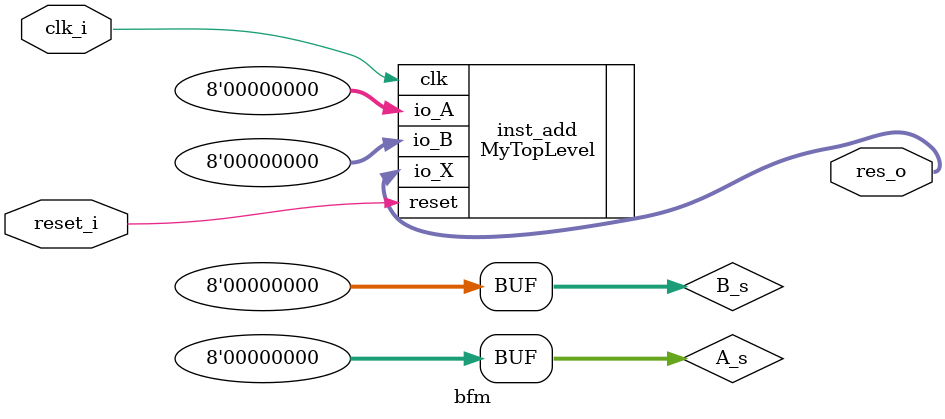
<source format=v>
`timescale 1ns/1ps

module bfm(
input   clk_i,
input   reset_i,
output  reg [7:0] res_o
);

reg [7:0] A_s;
reg [7:0] B_s;

parameter TOTAL_WIDTH=256;

//bit clk_i;
//always #5 clk_i = ~clk_i;

initial begin
    //clk_i = 0;
    A_s = 0;
    B_s = 0;
end

MyTopLevel inst_add(
    .io_A(A_s),
    .io_B(B_s),
    .io_X(res_o),
    .clk(clk_i),
    .reset(reset_i)
);


initial begin
    //$dumpfile("dump.vcd");
    //$dumpvars;
end

endmodule
</source>
